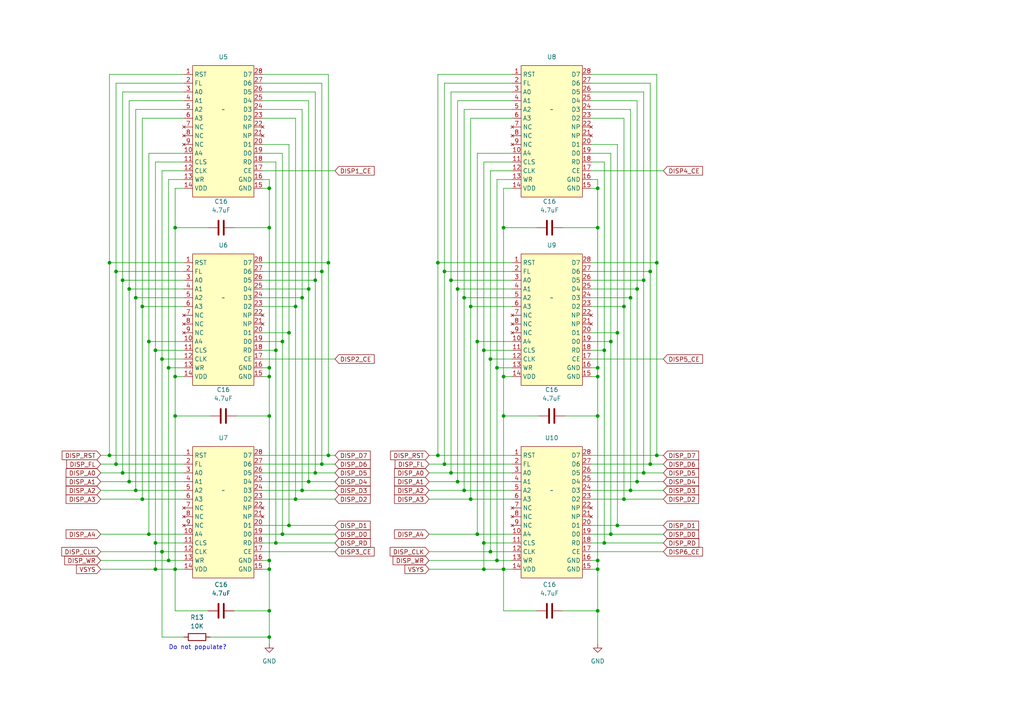
<source format=kicad_sch>
(kicad_sch (version 20230121) (generator eeschema)
  (paper "A4")
  (lib_symbols
    (symbol "Device:C" (pin_numbers hide) (pin_names (offset 0.254))
      (property "Reference" "C" (at 0.635 2.54 0))
      (property "Value" "C" (at 0.635 -2.54 0))
      (symbol "C_0_1"
        (polyline (pts (xy -2.032 -0.762) (xy 2.032 -0.762)) (stroke (width 0.508)))
        (polyline (pts (xy -2.032 0.762) (xy 2.032 0.762)) (stroke (width 0.508)))
      )
      (symbol "C_1_1"
        (pin passive line (at 0 3.81 270) (length 2.794) (name "~") (number "1"))
        (pin passive line (at 0 -3.81 90) (length 2.794) (name "~") (number "2"))
      )
    )
    (symbol "Device:R" (pin_numbers hide) (pin_names (offset 0))
      (property "Reference" "R" (at 2.032 0 90))
      (property "Value" "R" (at 0 0 90))
      (symbol "R_0_1"
        (rectangle (start -1.016 -2.54) (end 1.016 2.54) (stroke (width 0.254)))
      )
      (symbol "R_1_1"
        (pin passive line (at 0 3.81 270) (length 1.27) (name "~") (number "1"))
        (pin passive line (at 0 -3.81 90) (length 1.27) (name "~") (number "2"))
      )
    )
    (symbol "components:HDSP2112"
      (property "Reference" "U" (at 0 0 0))
      (symbol "HDSP2112_1_1"
        (rectangle (start -8.89 19.05) (end 8.89 -19.05) (fill (type background)))
        (pin input line (at -11.43 16.51 0) (length 2.54) (name "RST") (number "1"))
        (pin input line (at -11.43 -6.35 0) (length 2.54) (name "A4") (number "10"))
        (pin input line (at -11.43 -8.89 0) (length 2.54) (name "CLS") (number "11"))
        (pin input line (at -11.43 -11.43 0) (length 2.54) (name "CLK") (number "12"))
        (pin input line (at -11.43 -13.97 0) (length 2.54) (name "WR") (number "13"))
        (pin power_in line (at -11.43 -16.51 0) (length 2.54) (name "VDD") (number "14"))
        (pin input line (at 11.43 -16.51 180) (length 2.54) (name "GND") (number "15"))
        (pin input line (at 11.43 -13.97 180) (length 2.54) (name "GND") (number "16"))
        (pin input line (at 11.43 -11.43 180) (length 2.54) (name "CE") (number "17"))
        (pin input line (at 11.43 -8.89 180) (length 2.54) (name "RD") (number "18"))
        (pin input line (at 11.43 -6.35 180) (length 2.54) (name "D0") (number "19"))
        (pin input line (at -11.43 13.97 0) (length 2.54) (name "FL") (number "2"))
        (pin input line (at 11.43 -3.81 180) (length 2.54) (name "D1") (number "20"))
        (pin no_connect line (at 11.43 -1.27 180) (length 2.54) (name "NP") (number "21"))
        (pin no_connect line (at 11.43 1.27 180) (length 2.54) (name "NP") (number "22"))
        (pin input line (at 11.43 3.81 180) (length 2.54) (name "D2") (number "23"))
        (pin input line (at 11.43 6.35 180) (length 2.54) (name "D3") (number "24"))
        (pin input line (at 11.43 8.89 180) (length 2.54) (name "D4") (number "25"))
        (pin input line (at 11.43 11.43 180) (length 2.54) (name "D5") (number "26"))
        (pin input line (at 11.43 13.97 180) (length 2.54) (name "D6") (number "27"))
        (pin input line (at 11.43 16.51 180) (length 2.54) (name "D7") (number "28"))
        (pin input line (at -11.43 11.43 0) (length 2.54) (name "A0") (number "3"))
        (pin input line (at -11.43 8.89 0) (length 2.54) (name "A1") (number "4"))
        (pin input line (at -11.43 6.35 0) (length 2.54) (name "A2") (number "5"))
        (pin input line (at -11.43 3.81 0) (length 2.54) (name "A3") (number "6"))
        (pin no_connect line (at -11.43 1.27 0) (length 2.54) (name "NC") (number "7"))
        (pin no_connect line (at -11.43 -1.27 0) (length 2.54) (name "NC") (number "8"))
        (pin no_connect line (at -11.43 -3.81 0) (length 2.54) (name "NC") (number "9"))
      )
    )
    (symbol "power:GND" (power) (pin_names (offset 0))
      (property "Value" "GND" (at 0 -3.81 0))
      (symbol "GND_0_1"
        (polyline (pts (xy 0 0) (xy 0 -1.27) (xy 1.27 -1.27) (xy 0 -2.54) (xy -1.27 -1.27) (xy 0 -1.27)))
      )
      (symbol "GND_1_1"
        (pin power_in line (at 0 0 270) (length 0) hide (name "GND") (number "1"))
      )
    )
  )
  (junction (at 78.105 184.785))
  (junction (at 188.595 134.62))
  (junction (at 175.26 157.48))
  (junction (at 35.56 81.28))
  (junction (at 95.25 76.2))
  (junction (at 182.88 86.36))
  (junction (at 50.8 109.22))
  (junction (at 89.535 139.7))
  (junction (at 78.105 162.56))
  (junction (at 87.63 142.24))
  (junction (at 132.715 139.7))
  (junction (at 50.8 66.04))
  (junction (at 142.24 160.02))
  (junction (at 138.43 154.94))
  (junction (at 136.525 88.9))
  (junction (at 132.715 83.82))
  (junction (at 45.085 165.1))
  (junction (at 31.75 76.2))
  (junction (at 41.275 88.9))
  (junction (at 35.56 137.16))
  (junction (at 95.25 132.08))
  (junction (at 127 132.08))
  (junction (at 173.355 66.04))
  (junction (at 93.345 134.62))
  (junction (at 177.165 99.06))
  (junction (at 78.105 177.165))
  (junction (at 146.05 109.22))
  (junction (at 134.62 86.36))
  (junction (at 180.975 88.9))
  (junction (at 186.69 81.28))
  (junction (at 83.82 96.52))
  (junction (at 128.905 134.62))
  (junction (at 81.915 99.06))
  (junction (at 48.895 162.56))
  (junction (at 80.01 157.48))
  (junction (at 140.335 165.1))
  (junction (at 146.05 165.1))
  (junction (at 41.275 144.78))
  (junction (at 130.81 81.28))
  (junction (at 33.655 134.62))
  (junction (at 39.37 86.36))
  (junction (at 136.525 144.78))
  (junction (at 179.07 152.4))
  (junction (at 186.69 137.16))
  (junction (at 31.75 132.08))
  (junction (at 37.465 83.82))
  (junction (at 87.63 86.36))
  (junction (at 144.145 162.56))
  (junction (at 39.37 142.24))
  (junction (at 78.105 109.22))
  (junction (at 173.355 120.65))
  (junction (at 78.105 66.04))
  (junction (at 146.05 120.65))
  (junction (at 173.355 162.56))
  (junction (at 33.655 78.74))
  (junction (at 78.105 106.68))
  (junction (at 50.8 120.65))
  (junction (at 190.5 132.08))
  (junction (at 179.07 96.52))
  (junction (at 144.145 106.68))
  (junction (at 138.43 99.06))
  (junction (at 180.975 144.78))
  (junction (at 46.99 160.02))
  (junction (at 146.05 66.04))
  (junction (at 182.88 142.24))
  (junction (at 78.105 120.65))
  (junction (at 190.5 76.2))
  (junction (at 78.105 165.1))
  (junction (at 46.99 104.14))
  (junction (at 83.82 152.4))
  (junction (at 81.915 154.94))
  (junction (at 134.62 142.24))
  (junction (at 45.085 157.48))
  (junction (at 140.335 101.6))
  (junction (at 142.24 104.14))
  (junction (at 43.18 99.06))
  (junction (at 173.355 54.61))
  (junction (at 43.18 154.94))
  (junction (at 91.44 137.16))
  (junction (at 184.785 83.82))
  (junction (at 89.535 83.82))
  (junction (at 50.8 165.1))
  (junction (at 173.355 177.165))
  (junction (at 140.335 157.48))
  (junction (at 78.105 54.61))
  (junction (at 85.725 144.78))
  (junction (at 127 76.2))
  (junction (at 184.785 139.7))
  (junction (at 173.355 165.1))
  (junction (at 93.345 78.74))
  (junction (at 45.085 101.6))
  (junction (at 91.44 81.28))
  (junction (at 37.465 139.7))
  (junction (at 85.725 88.9))
  (junction (at 130.81 137.16))
  (junction (at 128.905 78.74))
  (junction (at 175.26 101.6))
  (junction (at 177.165 154.94))
  (junction (at 48.895 106.68))
  (junction (at 80.01 101.6))
  (junction (at 188.595 78.74))
  (junction (at 173.355 109.22))
  (junction (at 173.355 106.68))
  (wire (pts (xy 78.105 66.04) (xy 78.105 106.68)))
  (wire (pts (xy 163.195 66.04) (xy 173.355 66.04)))
  (wire (pts (xy 37.465 83.82) (xy 53.34 83.82)))
  (wire (pts (xy 45.085 46.99) (xy 45.085 101.6)))
  (wire (pts (xy 50.8 54.61) (xy 50.8 66.04)))
  (wire (pts (xy 134.62 142.24) (xy 148.59 142.24)))
  (wire (pts (xy 29.21 134.62) (xy 33.655 134.62)))
  (wire (pts (xy 91.44 81.28) (xy 76.2 81.28)))
  (wire (pts (xy 53.34 49.53) (xy 46.99 49.53)))
  (wire (pts (xy 136.525 88.9) (xy 148.59 88.9)))
  (wire (pts (xy 50.8 120.65) (xy 50.8 165.1)))
  (wire (pts (xy 175.26 157.48) (xy 192.405 157.48)))
  (wire (pts (xy 78.105 177.165) (xy 78.105 184.785)))
  (wire (pts (xy 171.45 52.07) (xy 173.355 52.07)))
  (wire (pts (xy 171.45 46.99) (xy 175.26 46.99)))
  (wire (pts (xy 148.59 24.13) (xy 128.905 24.13)))
  (wire (pts (xy 124.46 162.56) (xy 144.145 162.56)))
  (wire (pts (xy 130.81 81.28) (xy 148.59 81.28)))
  (wire (pts (xy 37.465 29.21) (xy 37.465 83.82)))
  (wire (pts (xy 124.46 132.08) (xy 127 132.08)))
  (wire (pts (xy 43.18 99.06) (xy 43.18 154.94)))
  (wire (pts (xy 31.75 21.59) (xy 31.75 76.2)))
  (wire (pts (xy 175.26 101.6) (xy 175.26 157.48)))
  (wire (pts (xy 95.25 76.2) (xy 95.25 132.08)))
  (wire (pts (xy 50.8 109.22) (xy 53.34 109.22)))
  (wire (pts (xy 144.145 106.68) (xy 148.59 106.68)))
  (wire (pts (xy 124.46 139.7) (xy 132.715 139.7)))
  (wire (pts (xy 87.63 86.36) (xy 76.2 86.36)))
  (wire (pts (xy 186.69 26.67) (xy 186.69 81.28)))
  (wire (pts (xy 148.59 54.61) (xy 146.05 54.61)))
  (wire (pts (xy 80.01 157.48) (xy 76.2 157.48)))
  (wire (pts (xy 83.82 96.52) (xy 83.82 152.4)))
  (wire (pts (xy 85.725 34.29) (xy 85.725 88.9)))
  (wire (pts (xy 53.34 29.21) (xy 37.465 29.21)))
  (wire (pts (xy 35.56 137.16) (xy 53.34 137.16)))
  (wire (pts (xy 184.785 83.82) (xy 171.45 83.82)))
  (wire (pts (xy 35.56 26.67) (xy 35.56 81.28)))
  (wire (pts (xy 173.355 106.68) (xy 171.45 106.68)))
  (wire (pts (xy 76.2 44.45) (xy 81.915 44.45)))
  (wire (pts (xy 76.2 52.07) (xy 78.105 52.07)))
  (wire (pts (xy 124.46 137.16) (xy 130.81 137.16)))
  (wire (pts (xy 46.99 104.14) (xy 53.34 104.14)))
  (wire (pts (xy 182.88 31.75) (xy 182.88 86.36)))
  (wire (pts (xy 46.99 49.53) (xy 46.99 104.14)))
  (wire (pts (xy 180.975 34.29) (xy 180.975 88.9)))
  (wire (pts (xy 46.99 104.14) (xy 46.99 160.02)))
  (wire (pts (xy 177.165 154.94) (xy 192.405 154.94)))
  (wire (pts (xy 80.01 101.6) (xy 76.2 101.6)))
  (wire (pts (xy 190.5 132.08) (xy 192.405 132.08)))
  (wire (pts (xy 127 21.59) (xy 127 76.2)))
  (wire (pts (xy 188.595 78.74) (xy 171.45 78.74)))
  (wire (pts (xy 171.45 24.13) (xy 188.595 24.13)))
  (wire (pts (xy 53.34 31.75) (xy 39.37 31.75)))
  (wire (pts (xy 144.145 106.68) (xy 144.145 162.56)))
  (wire (pts (xy 50.8 165.1) (xy 53.34 165.1)))
  (wire (pts (xy 171.45 29.21) (xy 184.785 29.21)))
  (wire (pts (xy 50.8 165.1) (xy 50.8 177.165)))
  (wire (pts (xy 85.725 88.9) (xy 76.2 88.9)))
  (wire (pts (xy 41.275 88.9) (xy 53.34 88.9)))
  (wire (pts (xy 148.59 44.45) (xy 138.43 44.45)))
  (wire (pts (xy 128.905 78.74) (xy 128.905 134.62)))
  (wire (pts (xy 45.085 165.1) (xy 50.8 165.1)))
  (wire (pts (xy 93.345 24.13) (xy 93.345 78.74)))
  (wire (pts (xy 175.26 101.6) (xy 171.45 101.6)))
  (wire (pts (xy 148.59 46.99) (xy 140.335 46.99)))
  (wire (pts (xy 76.2 26.67) (xy 91.44 26.67)))
  (wire (pts (xy 173.355 177.165) (xy 173.355 186.69)))
  (wire (pts (xy 138.43 99.06) (xy 138.43 154.94)))
  (wire (pts (xy 93.345 134.62) (xy 97.155 134.62)))
  (wire (pts (xy 35.56 81.28) (xy 35.56 137.16)))
  (wire (pts (xy 124.46 134.62) (xy 128.905 134.62)))
  (wire (pts (xy 46.99 160.02) (xy 46.99 184.785)))
  (wire (pts (xy 173.355 54.61) (xy 173.355 66.04)))
  (wire (pts (xy 142.24 160.02) (xy 148.59 160.02)))
  (wire (pts (xy 53.34 24.13) (xy 33.655 24.13)))
  (wire (pts (xy 173.355 109.22) (xy 173.355 120.65)))
  (wire (pts (xy 188.595 78.74) (xy 188.595 134.62)))
  (wire (pts (xy 134.62 86.36) (xy 134.62 142.24)))
  (wire (pts (xy 50.8 109.22) (xy 50.8 120.65)))
  (wire (pts (xy 173.355 66.04) (xy 173.355 106.68)))
  (wire (pts (xy 130.81 26.67) (xy 130.81 81.28)))
  (wire (pts (xy 138.43 44.45) (xy 138.43 99.06)))
  (wire (pts (xy 146.05 120.65) (xy 146.05 165.1)))
  (wire (pts (xy 50.8 66.04) (xy 60.325 66.04)))
  (wire (pts (xy 80.01 46.99) (xy 80.01 101.6)))
  (wire (pts (xy 78.105 184.785) (xy 78.105 186.69)))
  (wire (pts (xy 142.24 104.14) (xy 142.24 160.02)))
  (wire (pts (xy 76.2 31.75) (xy 87.63 31.75)))
  (wire (pts (xy 173.355 177.165) (xy 173.355 165.1)))
  (wire (pts (xy 132.715 83.82) (xy 132.715 139.7)))
  (wire (pts (xy 33.655 78.74) (xy 33.655 134.62)))
  (wire (pts (xy 180.975 144.78) (xy 192.405 144.78)))
  (wire (pts (xy 78.105 165.1) (xy 76.2 165.1)))
  (wire (pts (xy 188.595 24.13) (xy 188.595 78.74)))
  (wire (pts (xy 48.895 106.68) (xy 48.895 162.56)))
  (wire (pts (xy 33.655 78.74) (xy 53.34 78.74)))
  (wire (pts (xy 180.975 88.9) (xy 171.45 88.9)))
  (wire (pts (xy 140.335 157.48) (xy 140.335 165.1)))
  (wire (pts (xy 140.335 46.99) (xy 140.335 101.6)))
  (wire (pts (xy 140.335 101.6) (xy 140.335 157.48)))
  (wire (pts (xy 190.5 132.08) (xy 171.45 132.08)))
  (wire (pts (xy 78.105 177.165) (xy 78.105 165.1)))
  (wire (pts (xy 182.88 86.36) (xy 182.88 142.24)))
  (wire (pts (xy 184.785 29.21) (xy 184.785 83.82)))
  (wire (pts (xy 186.69 81.28) (xy 186.69 137.16)))
  (wire (pts (xy 35.56 81.28) (xy 53.34 81.28)))
  (wire (pts (xy 81.915 99.06) (xy 76.2 99.06)))
  (wire (pts (xy 186.69 137.16) (xy 171.45 137.16)))
  (wire (pts (xy 87.63 142.24) (xy 97.155 142.24)))
  (wire (pts (xy 173.355 106.68) (xy 173.355 109.22)))
  (wire (pts (xy 171.45 31.75) (xy 182.88 31.75)))
  (wire (pts (xy 124.46 154.94) (xy 138.43 154.94)))
  (wire (pts (xy 177.165 99.06) (xy 177.165 154.94)))
  (wire (pts (xy 171.45 34.29) (xy 180.975 34.29)))
  (wire (pts (xy 146.05 54.61) (xy 146.05 66.04)))
  (wire (pts (xy 91.44 81.28) (xy 91.44 137.16)))
  (wire (pts (xy 188.595 134.62) (xy 171.45 134.62)))
  (wire (pts (xy 136.525 144.78) (xy 148.59 144.78)))
  (wire (pts (xy 87.63 31.75) (xy 87.63 86.36)))
  (wire (pts (xy 171.45 54.61) (xy 173.355 54.61)))
  (wire (pts (xy 53.34 54.61) (xy 50.8 54.61)))
  (wire (pts (xy 76.2 29.21) (xy 89.535 29.21)))
  (wire (pts (xy 182.88 142.24) (xy 171.45 142.24)))
  (wire (pts (xy 146.05 165.1) (xy 148.59 165.1)))
  (wire (pts (xy 144.145 162.56) (xy 148.59 162.56)))
  (wire (pts (xy 39.37 31.75) (xy 39.37 86.36)))
  (wire (pts (xy 29.21 137.16) (xy 35.56 137.16)))
  (wire (pts (xy 146.05 109.22) (xy 146.05 120.65)))
  (wire (pts (xy 41.275 34.29) (xy 41.275 88.9)))
  (wire (pts (xy 173.355 165.1) (xy 171.45 165.1)))
  (wire (pts (xy 39.37 86.36) (xy 39.37 142.24)))
  (wire (pts (xy 60.96 184.785) (xy 78.105 184.785)))
  (wire (pts (xy 130.81 81.28) (xy 130.81 137.16)))
  (wire (pts (xy 148.59 29.21) (xy 132.715 29.21)))
  (wire (pts (xy 89.535 139.7) (xy 76.2 139.7)))
  (wire (pts (xy 142.24 104.14) (xy 148.59 104.14)))
  (wire (pts (xy 68.58 120.65) (xy 78.105 120.65)))
  (wire (pts (xy 134.62 31.75) (xy 134.62 86.36)))
  (wire (pts (xy 177.165 154.94) (xy 171.45 154.94)))
  (wire (pts (xy 179.07 96.52) (xy 171.45 96.52)))
  (wire (pts (xy 184.785 139.7) (xy 171.45 139.7)))
  (wire (pts (xy 140.335 157.48) (xy 148.59 157.48)))
  (wire (pts (xy 171.45 44.45) (xy 177.165 44.45)))
  (wire (pts (xy 31.75 76.2) (xy 53.34 76.2)))
  (wire (pts (xy 81.915 99.06) (xy 81.915 154.94)))
  (wire (pts (xy 78.105 120.65) (xy 78.105 162.56)))
  (wire (pts (xy 31.75 132.08) (xy 53.34 132.08)))
  (wire (pts (xy 180.975 88.9) (xy 180.975 144.78)))
  (wire (pts (xy 29.21 154.94) (xy 43.18 154.94)))
  (wire (pts (xy 127 132.08) (xy 148.59 132.08)))
  (wire (pts (xy 171.45 104.14) (xy 192.405 104.14)))
  (wire (pts (xy 171.45 41.91) (xy 179.07 41.91)))
  (wire (pts (xy 127 76.2) (xy 148.59 76.2)))
  (wire (pts (xy 184.785 83.82) (xy 184.785 139.7)))
  (wire (pts (xy 180.975 144.78) (xy 171.45 144.78)))
  (wire (pts (xy 78.105 162.56) (xy 76.2 162.56)))
  (wire (pts (xy 171.45 76.2) (xy 190.5 76.2)))
  (wire (pts (xy 46.99 160.02) (xy 53.34 160.02)))
  (wire (pts (xy 132.715 29.21) (xy 132.715 83.82)))
  (wire (pts (xy 179.07 41.91) (xy 179.07 96.52)))
  (wire (pts (xy 171.45 26.67) (xy 186.69 26.67)))
  (wire (pts (xy 76.2 160.02) (xy 97.155 160.02)))
  (wire (pts (xy 29.21 132.08) (xy 31.75 132.08)))
  (wire (pts (xy 29.21 160.02) (xy 46.99 160.02)))
  (wire (pts (xy 128.905 78.74) (xy 148.59 78.74)))
  (wire (pts (xy 53.34 44.45) (xy 43.18 44.45)))
  (wire (pts (xy 89.535 139.7) (xy 97.155 139.7)))
  (wire (pts (xy 171.45 160.02) (xy 192.405 160.02)))
  (wire (pts (xy 29.21 165.1) (xy 45.085 165.1)))
  (wire (pts (xy 171.45 21.59) (xy 190.5 21.59)))
  (wire (pts (xy 53.34 46.99) (xy 45.085 46.99)))
  (wire (pts (xy 76.2 46.99) (xy 80.01 46.99)))
  (wire (pts (xy 91.44 137.16) (xy 97.155 137.16)))
  (wire (pts (xy 43.18 44.45) (xy 43.18 99.06)))
  (wire (pts (xy 33.655 134.62) (xy 53.34 134.62)))
  (wire (pts (xy 93.345 78.74) (xy 93.345 134.62)))
  (wire (pts (xy 43.18 154.94) (xy 53.34 154.94)))
  (wire (pts (xy 184.785 139.7) (xy 192.405 139.7)))
  (wire (pts (xy 29.21 139.7) (xy 37.465 139.7)))
  (wire (pts (xy 91.44 26.67) (xy 91.44 81.28)))
  (wire (pts (xy 81.915 154.94) (xy 76.2 154.94)))
  (wire (pts (xy 163.83 120.65) (xy 173.355 120.65)))
  (wire (pts (xy 138.43 154.94) (xy 148.59 154.94)))
  (wire (pts (xy 78.105 109.22) (xy 76.2 109.22)))
  (wire (pts (xy 43.18 99.06) (xy 53.34 99.06)))
  (wire (pts (xy 124.46 165.1) (xy 140.335 165.1)))
  (wire (pts (xy 85.725 144.78) (xy 76.2 144.78)))
  (wire (pts (xy 78.105 106.68) (xy 76.2 106.68)))
  (wire (pts (xy 144.145 52.07) (xy 144.145 106.68)))
  (wire (pts (xy 81.915 44.45) (xy 81.915 99.06)))
  (wire (pts (xy 148.59 26.67) (xy 130.81 26.67)))
  (wire (pts (xy 53.34 26.67) (xy 35.56 26.67)))
  (wire (pts (xy 39.37 142.24) (xy 53.34 142.24)))
  (wire (pts (xy 89.535 83.82) (xy 89.535 139.7)))
  (wire (pts (xy 173.355 52.07) (xy 173.355 54.61)))
  (wire (pts (xy 53.34 52.07) (xy 48.895 52.07)))
  (wire (pts (xy 138.43 99.06) (xy 148.59 99.06)))
  (wire (pts (xy 48.895 106.68) (xy 53.34 106.68)))
  (wire (pts (xy 179.07 96.52) (xy 179.07 152.4)))
  (wire (pts (xy 76.2 34.29) (xy 85.725 34.29)))
  (wire (pts (xy 171.45 49.53) (xy 192.405 49.53)))
  (wire (pts (xy 76.2 76.2) (xy 95.25 76.2)))
  (wire (pts (xy 91.44 137.16) (xy 76.2 137.16)))
  (wire (pts (xy 190.5 76.2) (xy 190.5 132.08)))
  (wire (pts (xy 140.335 101.6) (xy 148.59 101.6)))
  (wire (pts (xy 50.8 120.65) (xy 60.96 120.65)))
  (wire (pts (xy 190.5 21.59) (xy 190.5 76.2)))
  (wire (pts (xy 78.105 106.68) (xy 78.105 109.22)))
  (wire (pts (xy 93.345 134.62) (xy 76.2 134.62)))
  (wire (pts (xy 182.88 142.24) (xy 192.405 142.24)))
  (wire (pts (xy 48.895 162.56) (xy 53.34 162.56)))
  (wire (pts (xy 80.01 101.6) (xy 80.01 157.48)))
  (wire (pts (xy 37.465 83.82) (xy 37.465 139.7)))
  (wire (pts (xy 148.59 21.59) (xy 127 21.59)))
  (wire (pts (xy 95.25 21.59) (xy 95.25 76.2)))
  (wire (pts (xy 177.165 44.45) (xy 177.165 99.06)))
  (wire (pts (xy 188.595 134.62) (xy 192.405 134.62)))
  (wire (pts (xy 50.8 66.04) (xy 50.8 109.22)))
  (wire (pts (xy 146.05 109.22) (xy 148.59 109.22)))
  (wire (pts (xy 146.05 66.04) (xy 155.575 66.04)))
  (wire (pts (xy 173.355 120.65) (xy 173.355 162.56)))
  (wire (pts (xy 76.2 49.53) (xy 97.155 49.53)))
  (wire (pts (xy 83.82 152.4) (xy 97.155 152.4)))
  (wire (pts (xy 146.05 165.1) (xy 146.05 177.165)))
  (wire (pts (xy 173.355 109.22) (xy 171.45 109.22)))
  (wire (pts (xy 148.59 34.29) (xy 136.525 34.29)))
  (wire (pts (xy 39.37 86.36) (xy 53.34 86.36)))
  (wire (pts (xy 31.75 76.2) (xy 31.75 132.08)))
  (wire (pts (xy 175.26 157.48) (xy 171.45 157.48)))
  (wire (pts (xy 140.335 165.1) (xy 146.05 165.1)))
  (wire (pts (xy 95.25 132.08) (xy 76.2 132.08)))
  (wire (pts (xy 80.01 157.48) (xy 97.155 157.48)))
  (wire (pts (xy 134.62 86.36) (xy 148.59 86.36)))
  (wire (pts (xy 78.105 162.56) (xy 78.105 165.1)))
  (wire (pts (xy 186.69 137.16) (xy 192.405 137.16)))
  (wire (pts (xy 85.725 88.9) (xy 85.725 144.78)))
  (wire (pts (xy 136.525 34.29) (xy 136.525 88.9)))
  (wire (pts (xy 136.525 88.9) (xy 136.525 144.78)))
  (wire (pts (xy 146.05 177.165) (xy 155.575 177.165)))
  (wire (pts (xy 78.105 52.07) (xy 78.105 54.61)))
  (wire (pts (xy 127 76.2) (xy 127 132.08)))
  (wire (pts (xy 78.105 54.61) (xy 78.105 66.04)))
  (wire (pts (xy 76.2 54.61) (xy 78.105 54.61)))
  (wire (pts (xy 87.63 86.36) (xy 87.63 142.24)))
  (wire (pts (xy 45.085 157.48) (xy 53.34 157.48)))
  (wire (pts (xy 45.085 157.48) (xy 45.085 165.1)))
  (wire (pts (xy 53.34 21.59) (xy 31.75 21.59)))
  (wire (pts (xy 89.535 29.21) (xy 89.535 83.82)))
  (wire (pts (xy 142.24 49.53) (xy 142.24 104.14)))
  (wire (pts (xy 83.82 96.52) (xy 76.2 96.52)))
  (wire (pts (xy 95.25 132.08) (xy 97.155 132.08)))
  (wire (pts (xy 87.63 142.24) (xy 76.2 142.24)))
  (wire (pts (xy 132.715 139.7) (xy 148.59 139.7)))
  (wire (pts (xy 45.085 101.6) (xy 45.085 157.48)))
  (wire (pts (xy 173.355 162.56) (xy 171.45 162.56)))
  (wire (pts (xy 148.59 31.75) (xy 134.62 31.75)))
  (wire (pts (xy 76.2 41.91) (xy 83.82 41.91)))
  (wire (pts (xy 89.535 83.82) (xy 76.2 83.82)))
  (wire (pts (xy 29.21 162.56) (xy 48.895 162.56)))
  (wire (pts (xy 128.905 134.62) (xy 148.59 134.62)))
  (wire (pts (xy 83.82 41.91) (xy 83.82 96.52)))
  (wire (pts (xy 179.07 152.4) (xy 171.45 152.4)))
  (wire (pts (xy 124.46 160.02) (xy 142.24 160.02)))
  (wire (pts (xy 45.085 101.6) (xy 53.34 101.6)))
  (wire (pts (xy 53.34 34.29) (xy 41.275 34.29)))
  (wire (pts (xy 132.715 83.82) (xy 148.59 83.82)))
  (wire (pts (xy 163.195 177.165) (xy 173.355 177.165)))
  (wire (pts (xy 41.275 144.78) (xy 53.34 144.78)))
  (wire (pts (xy 182.88 86.36) (xy 171.45 86.36)))
  (wire (pts (xy 186.69 81.28) (xy 171.45 81.28)))
  (wire (pts (xy 130.81 137.16) (xy 148.59 137.16)))
  (wire (pts (xy 50.8 177.165) (xy 60.325 177.165)))
  (wire (pts (xy 124.46 144.78) (xy 136.525 144.78)))
  (wire (pts (xy 85.725 144.78) (xy 97.155 144.78)))
  (wire (pts (xy 78.105 109.22) (xy 78.105 120.65)))
  (wire (pts (xy 67.945 177.165) (xy 78.105 177.165)))
  (wire (pts (xy 175.26 46.99) (xy 175.26 101.6)))
  (wire (pts (xy 29.21 144.78) (xy 41.275 144.78)))
  (wire (pts (xy 179.07 152.4) (xy 192.405 152.4)))
  (wire (pts (xy 81.915 154.94) (xy 97.155 154.94)))
  (wire (pts (xy 48.895 52.07) (xy 48.895 106.68)))
  (wire (pts (xy 41.275 88.9) (xy 41.275 144.78)))
  (wire (pts (xy 146.05 66.04) (xy 146.05 109.22)))
  (wire (pts (xy 33.655 24.13) (xy 33.655 78.74)))
  (wire (pts (xy 173.355 162.56) (xy 173.355 165.1)))
  (wire (pts (xy 76.2 24.13) (xy 93.345 24.13)))
  (wire (pts (xy 124.46 142.24) (xy 134.62 142.24)))
  (wire (pts (xy 37.465 139.7) (xy 53.34 139.7)))
  (wire (pts (xy 76.2 21.59) (xy 95.25 21.59)))
  (wire (pts (xy 148.59 49.53) (xy 142.24 49.53)))
  (wire (pts (xy 46.99 184.785) (xy 53.34 184.785)))
  (wire (pts (xy 93.345 78.74) (xy 76.2 78.74)))
  (wire (pts (xy 67.945 66.04) (xy 78.105 66.04)))
  (wire (pts (xy 76.2 104.14) (xy 97.155 104.14)))
  (wire (pts (xy 146.05 120.65) (xy 156.21 120.65)))
  (wire (pts (xy 148.59 52.07) (xy 144.145 52.07)))
  (wire (pts (xy 83.82 152.4) (xy 76.2 152.4)))
  (wire (pts (xy 29.21 142.24) (xy 39.37 142.24)))
  (wire (pts (xy 177.165 99.06) (xy 171.45 99.06)))
  (wire (pts (xy 128.905 24.13) (xy 128.905 78.74)))
  (text "Do not populate?" (at 48.895 188.595 0) (effects (font (size 1.27 1.27)) (justify left bottom)))
  (global_label "DISP_D5" (shape input) (at 192.405 137.16 0) (property "Intersheetrefs" "${INTERSHEET_REFS}" (effects hide)))
  (global_label "DISP_D4" (shape input) (at 97.155 139.7 0) (property "Intersheetrefs" "${INTERSHEET_REFS}" (effects hide)))
  (global_label "DISP_D3" (shape input) (at 97.155 142.24 0) (property "Intersheetrefs" "${INTERSHEET_REFS}" (effects hide)))
  (global_label "DISP_D4" (shape input) (at 192.405 139.7 0) (property "Intersheetrefs" "${INTERSHEET_REFS}" (effects hide)))
  (global_label "DISP_A1" (shape input) (at 29.21 139.7 180) (property "Intersheetrefs" "${INTERSHEET_REFS}" (effects hide)))
  (global_label "DISP_RD" (shape input) (at 97.155 157.48 0) (property "Intersheetrefs" "${INTERSHEET_REFS}" (effects hide)))
  (global_label "DISP_D7" (shape input) (at 192.405 132.08 0) (property "Intersheetrefs" "${INTERSHEET_REFS}" (effects hide)))
  (global_label "DISP_D5" (shape input) (at 97.155 137.16 0) (property "Intersheetrefs" "${INTERSHEET_REFS}" (effects hide)))
  (global_label "DISP_D0" (shape input) (at 97.155 154.94 0) (property "Intersheetrefs" "${INTERSHEET_REFS}" (effects hide)))
  (global_label "DISP_FL" (shape input) (at 29.21 134.62 180) (property "Intersheetrefs" "${INTERSHEET_REFS}" (effects hide)))
  (global_label "DISP_RST" (shape input) (at 29.21 132.08 180) (property "Intersheetrefs" "${INTERSHEET_REFS}" (effects hide)))
  (global_label "DISP_FL" (shape input) (at 124.46 134.62 180) (property "Intersheetrefs" "${INTERSHEET_REFS}" (effects hide)))
  (global_label "DISP_A2" (shape input) (at 29.21 142.24 180) (property "Intersheetrefs" "${INTERSHEET_REFS}" (effects hide)))
  (global_label "DISP_CLK" (shape input) (at 29.21 160.02 180) (property "Intersheetrefs" "${INTERSHEET_REFS}" (effects hide)))
  (global_label "DISP_A4" (shape input) (at 124.46 154.94 180) (property "Intersheetrefs" "${INTERSHEET_REFS}" (effects hide)))
  (global_label "DISP5_CE" (shape input) (at 192.405 104.14 0) (property "Intersheetrefs" "${INTERSHEET_REFS}" (effects hide)))
  (global_label "DISP_RD" (shape input) (at 192.405 157.48 0) (property "Intersheetrefs" "${INTERSHEET_REFS}" (effects hide)))
  (global_label "DISP_D3" (shape input) (at 192.405 142.24 0) (property "Intersheetrefs" "${INTERSHEET_REFS}" (effects hide)))
  (global_label "VSYS" (shape input) (at 124.46 165.1 180) (property "Intersheetrefs" "${INTERSHEET_REFS}" (effects hide)))
  (global_label "DISP_D0" (shape input) (at 192.405 154.94 0) (property "Intersheetrefs" "${INTERSHEET_REFS}" (effects hide)))
  (global_label "DISP3_CE" (shape input) (at 97.155 160.02 0) (property "Intersheetrefs" "${INTERSHEET_REFS}" (effects hide)))
  (global_label "DISP_D2" (shape input) (at 192.405 144.78 0) (property "Intersheetrefs" "${INTERSHEET_REFS}" (effects hide)))
  (global_label "DISP_A1" (shape input) (at 124.46 139.7 180) (property "Intersheetrefs" "${INTERSHEET_REFS}" (effects hide)))
  (global_label "DISP4_CE" (shape input) (at 192.405 49.53 0) (property "Intersheetrefs" "${INTERSHEET_REFS}" (effects hide)))
  (global_label "DISP_A0" (shape input) (at 29.21 137.16 180) (property "Intersheetrefs" "${INTERSHEET_REFS}" (effects hide)))
  (global_label "DISP_D6" (shape input) (at 97.155 134.62 0) (property "Intersheetrefs" "${INTERSHEET_REFS}" (effects hide)))
  (global_label "DISP_A4" (shape input) (at 29.21 154.94 180) (property "Intersheetrefs" "${INTERSHEET_REFS}" (effects hide)))
  (global_label "DISP_WR" (shape input) (at 29.21 162.56 180) (property "Intersheetrefs" "${INTERSHEET_REFS}" (effects hide)))
  (global_label "DISP_WR" (shape input) (at 124.46 162.56 180) (property "Intersheetrefs" "${INTERSHEET_REFS}" (effects hide)))
  (global_label "DISP_A3" (shape input) (at 29.21 144.78 180) (property "Intersheetrefs" "${INTERSHEET_REFS}" (effects hide)))
  (global_label "DISP_D1" (shape input) (at 192.405 152.4 0) (property "Intersheetrefs" "${INTERSHEET_REFS}" (effects hide)))
  (global_label "DISP1_CE" (shape input) (at 97.155 49.53 0) (property "Intersheetrefs" "${INTERSHEET_REFS}" (effects hide)))
  (global_label "DISP_RST" (shape input) (at 124.46 132.08 180) (property "Intersheetrefs" "${INTERSHEET_REFS}" (effects hide)))
  (global_label "DISP_D6" (shape input) (at 192.405 134.62 0) (property "Intersheetrefs" "${INTERSHEET_REFS}" (effects hide)))
  (global_label "DISP_D1" (shape input) (at 97.155 152.4 0) (property "Intersheetrefs" "${INTERSHEET_REFS}" (effects hide)))
  (global_label "DISP_CLK" (shape input) (at 124.46 160.02 180) (property "Intersheetrefs" "${INTERSHEET_REFS}" (effects hide)))
  (global_label "DISP_D2" (shape input) (at 97.155 144.78 0) (property "Intersheetrefs" "${INTERSHEET_REFS}" (effects hide)))
  (global_label "DISP_D7" (shape input) (at 97.155 132.08 0) (property "Intersheetrefs" "${INTERSHEET_REFS}" (effects hide)))
  (global_label "DISP_A0" (shape input) (at 124.46 137.16 180) (property "Intersheetrefs" "${INTERSHEET_REFS}" (effects hide)))
  (global_label "DISP_A2" (shape input) (at 124.46 142.24 180) (property "Intersheetrefs" "${INTERSHEET_REFS}" (effects hide)))
  (global_label "DISP_A3" (shape input) (at 124.46 144.78 180) (property "Intersheetrefs" "${INTERSHEET_REFS}" (effects hide)))
  (global_label "DISP2_CE" (shape input) (at 97.155 104.14 0) (property "Intersheetrefs" "${INTERSHEET_REFS}" (effects hide)))
  (global_label "VSYS" (shape input) (at 29.21 165.1 180) (property "Intersheetrefs" "${INTERSHEET_REFS}" (effects hide)))
  (global_label "DISP6_CE" (shape input) (at 192.405 160.02 0) (property "Intersheetrefs" "${INTERSHEET_REFS}" (effects hide)))
  (symbol (lib_id "components:HDSP2112") (at 160.02 92.71 0) (unit 1)
    (property "Reference" "U9" (at 160.02 71.12 0))
    (property "Value" "~" (at 160.02 86.36 0))
    (property "Footprint" "components:HDSP2112" (effects hide))
  )
  (symbol (lib_id "power:GND") (at 173.355 186.69 0) (unit 1)
    (property "Reference" "#PWR0109" (effects hide))
    (property "Value" "GND" (at 173.355 191.77 0))
    (instances (project "vin_display_hdsp2112_x6" (path "" (reference "#PWR0109") (unit 1)) (path "" (reference "#PWR02") (unit 1))))
  )
  (symbol (lib_id "power:GND") (at 78.105 186.69 0) (unit 1)
    (property "Reference" "#PWR0109" (effects hide))
    (property "Value" "GND" (at 78.105 191.77 0))
    (instances (project "vin_display_hdsp2112_x6" (path "" (reference "#PWR0109") (unit 1)) (path "" (reference "#PWR01") (unit 1))))
  )
  (symbol (lib_id "components:HDSP2112") (at 160.02 38.1 0) (unit 1)
    (property "Reference" "U8" (at 160.02 16.51 0))
    (property "Value" "~" (at 160.02 31.75 0))
    (property "Footprint" "components:HDSP2112" (effects hide))
  )
  (symbol (lib_id "Device:C") (at 64.77 120.65 90) (unit 1)
    (property "Reference" "C16" (at 64.77 113.03 90))
    (property "Value" "4.7uF" (at 64.77 115.57 90))
    (property "Footprint" "Capacitor_SMD:C_0805_2012Metric" (effects hide))
    (instances (project "vin_display_hdsp2112_x6" (path "" (reference "C16") (unit 1)) (path "" (reference "C24") (unit 1))))
  )
  (symbol (lib_id "Device:C") (at 159.385 177.165 90) (unit 1)
    (property "Reference" "C16" (at 159.385 169.545 90))
    (property "Value" "4.7uF" (at 159.385 172.085 90))
    (property "Footprint" "Capacitor_SMD:C_0805_2012Metric" (effects hide))
    (instances (project "vin_display_hdsp2112_x6" (path "" (reference "C16") (unit 1)) (path "" (reference "C27") (unit 1))))
  )
  (symbol (lib_id "components:HDSP2112") (at 160.02 148.59 0) (unit 1)
    (property "Reference" "U10" (at 160.02 127 0))
    (property "Value" "~" (at 160.02 142.24 0))
    (property "Footprint" "components:HDSP2112" (effects hide))
  )
  (symbol (lib_id "Device:C") (at 64.135 66.04 90) (unit 1)
    (property "Reference" "C16" (at 64.135 58.42 90))
    (property "Value" "4.7uF" (at 64.135 60.96 90))
    (property "Footprint" "Capacitor_SMD:C_0805_2012Metric" (effects hide))
    (instances (project "vin_display_hdsp2112_x6" (path "" (reference "C16") (unit 1)) (path "" (reference "C25") (unit 1))))
  )
  (symbol (lib_id "Device:C") (at 160.02 120.65 90) (unit 1)
    (property "Reference" "C16" (at 160.02 113.03 90))
    (property "Value" "4.7uF" (at 160.02 115.57 90))
    (property "Footprint" "Capacitor_SMD:C_0805_2012Metric" (effects hide))
    (instances (project "vin_display_hdsp2112_x6" (path "" (reference "C16") (unit 1)) (path "" (reference "C28") (unit 1))))
  )
  (symbol (lib_id "Device:C") (at 64.135 177.165 90) (unit 1)
    (property "Reference" "C16" (at 64.135 169.545 90))
    (property "Value" "4.7uF" (at 64.135 172.085 90))
    (property "Footprint" "Capacitor_SMD:C_0805_2012Metric" (effects hide))
    (instances (project "vin_display_hdsp2112_x6" (path "" (reference "C16") (unit 1)) (path "" (reference "C23") (unit 1))))
  )
  (symbol (lib_id "Device:C") (at 159.385 66.04 90) (unit 1)
    (property "Reference" "C16" (at 159.385 58.42 90))
    (property "Value" "4.7uF" (at 159.385 60.96 90))
    (property "Footprint" "Capacitor_SMD:C_0805_2012Metric" (effects hide))
    (instances (project "vin_display_hdsp2112_x6" (path "" (reference "C16") (unit 1)) (path "" (reference "C26") (unit 1))))
  )
  (symbol (lib_id "components:HDSP2112") (at 64.77 38.1 0) (unit 1)
    (property "Reference" "U5" (at 64.77 16.51 0))
    (property "Value" "~" (at 64.77 31.75 0))
    (property "Footprint" "components:HDSP2112" (effects hide))
  )
  (symbol (lib_id "components:HDSP2112") (at 64.77 148.59 0) (unit 1)
    (property "Reference" "U7" (at 64.77 127 0))
    (property "Value" "~" (at 64.77 142.24 0))
    (property "Footprint" "components:HDSP2112" (effects hide))
  )
  (symbol (lib_id "Device:R") (at 57.15 184.785 270) (mirror x) (unit 1)
    (property "Reference" "R13" (at 57.15 179.07 90))
    (property "Value" "10K" (at 57.15 181.61 90))
    (property "Footprint" "Resistor_SMD:R_0603_1608Metric" (effects hide))
    (instances (project "vin_display_hdsp2112_x6" (path "" (reference "R13") (unit 1)) (path "" (reference "R14") (unit 1))))
  )
  (symbol (lib_id "components:HDSP2112") (at 64.77 92.71 0) (unit 1)
    (property "Reference" "U6" (at 64.77 71.12 0))
    (property "Value" "~" (at 64.77 86.36 0))
    (property "Footprint" "components:HDSP2112" (effects hide))
  )
)
</source>
